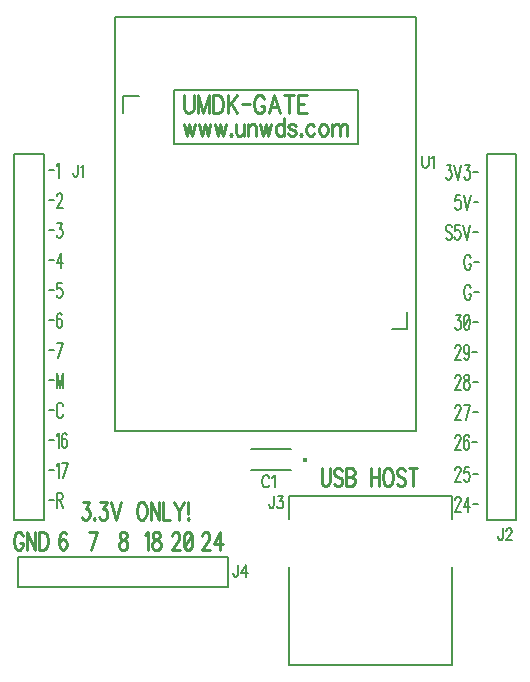
<source format=gbr>
G04 DipTrace 2.4.0.2*
%INTopSilk.gbr*%
%MOMM*%
%ADD10C,0.2*%
%ADD17O,0.4X0.4*%
%ADD55C,0.157*%
%ADD56C,0.196*%
%ADD57C,0.235*%
%FSLAX53Y53*%
G04*
G71*
G90*
G75*
G01*
%LNTopSilk*%
%LPD*%
X34705Y21480D2*
D10*
X31305D1*
X34705Y23280D2*
X31305D1*
D17*
X35905Y22380D3*
X11250Y17240D2*
D10*
X13750D1*
Y48220D1*
X11250D1*
Y17240D1*
X51250D2*
X53750D1*
Y48220D1*
X51250D1*
Y17240D1*
X34490Y5032D2*
X48290D1*
X34490D2*
Y13331D1*
X48290Y5032D2*
Y13332D1*
X34490Y17332D2*
Y19282D1*
X48290D1*
Y17332D1*
X11545Y14125D2*
X29325D1*
Y11585D1*
X11545D1*
Y14125D1*
X19750Y24845D2*
X45250D1*
Y59845D1*
X19750D1*
Y24845D1*
X44500Y34911D2*
Y33483D1*
X43230D2*
X44500D1*
X20416Y51767D2*
Y53199D1*
X21841D2*
X20416D1*
X24756Y53720D2*
X40315D1*
Y49116D1*
X24756D1*
Y53720D1*
X32839Y20808D2*
D55*
X32801Y20905D1*
X32723Y21002D1*
X32645Y21051D1*
X32490D1*
X32412Y21002D1*
X32334Y20905D1*
X32295Y20808D1*
X32256Y20662D1*
Y20418D1*
X32295Y20273D1*
X32334Y20176D1*
X32412Y20079D1*
X32490Y20030D1*
X32645D1*
X32723Y20079D1*
X32801Y20176D1*
X32839Y20273D1*
X33090Y20855D2*
X33169Y20905D1*
X33285Y21049D1*
Y20030D1*
X16619Y47342D2*
Y46565D1*
X16580Y46419D1*
X16541Y46371D1*
X16464Y46321D1*
X16385D1*
X16308Y46371D1*
X16270Y46419D1*
X16230Y46565D1*
Y46662D1*
X16870Y47147D2*
X16948Y47196D1*
X17065Y47341D1*
Y46321D1*
X52599Y16563D2*
Y15786D1*
X52561Y15640D1*
X52521Y15591D1*
X52444Y15542D1*
X52366D1*
X52289Y15591D1*
X52250Y15640D1*
X52210Y15786D1*
Y15882D1*
X52890Y16319D2*
Y16367D1*
X52929Y16465D1*
X52967Y16513D1*
X53045Y16562D1*
X53201D1*
X53278Y16513D1*
X53317Y16465D1*
X53356Y16367D1*
Y16271D1*
X53317Y16173D1*
X53240Y16028D1*
X52850Y15542D1*
X53395D1*
X33221Y19282D2*
Y18505D1*
X33182Y18359D1*
X33143Y18311D1*
X33066Y18262D1*
X32987D1*
X32910Y18311D1*
X32872Y18359D1*
X32832Y18505D1*
Y18602D1*
X33550Y19281D2*
X33977D1*
X33744Y18893D1*
X33861D1*
X33938Y18844D1*
X33977Y18796D1*
X34017Y18650D1*
Y18554D1*
X33977Y18408D1*
X33900Y18310D1*
X33783Y18262D1*
X33666D1*
X33550Y18310D1*
X33512Y18359D1*
X33472Y18456D1*
X30196Y13503D2*
Y12726D1*
X30158Y12580D1*
X30118Y12531D1*
X30041Y12482D1*
X29963D1*
X29885Y12531D1*
X29847Y12580D1*
X29807Y12726D1*
Y12822D1*
X30836Y12482D2*
Y13502D1*
X30447Y12822D1*
X31030D1*
X45778Y48093D2*
Y47364D1*
X45817Y47218D1*
X45895Y47121D1*
X46012Y47072D1*
X46089D1*
X46206Y47121D1*
X46284Y47218D1*
X46323Y47364D1*
Y48093D1*
X46574Y47897D2*
X46652Y47947D1*
X46769Y48092D1*
Y47072D1*
X48605Y18955D2*
D56*
Y19015D1*
X48642Y19138D1*
X48678Y19198D1*
X48751Y19258D1*
X48897D1*
X48969Y19198D1*
X49006Y19138D1*
X49043Y19015D1*
Y18895D1*
X49006Y18773D1*
X48933Y18591D1*
X48568Y17984D1*
X49079D1*
X49679D2*
Y19258D1*
X49314Y18409D1*
X49861D1*
X50096Y18621D2*
X50517D1*
X48606Y21495D2*
Y21555D1*
X48642Y21677D1*
X48678Y21737D1*
X48752Y21798D1*
X48897D1*
X48970Y21737D1*
X49006Y21677D1*
X49043Y21555D1*
Y21434D1*
X49006Y21312D1*
X48934Y21131D1*
X48569Y20523D1*
X49079D1*
X49752Y21798D2*
X49388D1*
X49352Y21252D1*
X49388Y21312D1*
X49497Y21374D1*
X49606D1*
X49716Y21312D1*
X49789Y21191D1*
X49825Y21009D1*
Y20888D1*
X49789Y20706D1*
X49716Y20584D1*
X49606Y20523D1*
X49497D1*
X49388Y20584D1*
X49352Y20645D1*
X49315Y20766D1*
X50060Y21160D2*
X50482D1*
X48285Y42095D2*
X48213Y42217D1*
X48104Y42277D1*
X47958D1*
X47848Y42217D1*
X47775Y42095D1*
Y41974D1*
X47812Y41852D1*
X47848Y41792D1*
X47921Y41731D1*
X48140Y41609D1*
X48213Y41549D1*
X48249Y41487D1*
X48285Y41366D1*
Y41184D1*
X48213Y41063D1*
X48104Y41001D1*
X47958D1*
X47848Y41063D1*
X47775Y41184D1*
X48958Y42276D2*
X48594D1*
X48558Y41730D1*
X48594Y41790D1*
X48704Y41852D1*
X48812D1*
X48922Y41790D1*
X48995Y41670D1*
X49031Y41487D1*
Y41366D1*
X48995Y41184D1*
X48922Y41062D1*
X48812Y41001D1*
X48704D1*
X48594Y41062D1*
X48558Y41124D1*
X48521Y41244D1*
X49267Y42277D2*
X49558Y41001D1*
X49849Y42277D1*
X50085Y41639D2*
X50506D1*
X49006Y44817D2*
X48642D1*
X48606Y44271D1*
X48642Y44331D1*
X48752Y44393D1*
X48860D1*
X48970Y44331D1*
X49043Y44210D1*
X49079Y44028D1*
Y43907D1*
X49043Y43724D1*
X48970Y43602D1*
X48860Y43542D1*
X48752D1*
X48642Y43602D1*
X48606Y43664D1*
X48569Y43785D1*
X49314Y44818D2*
X49606Y43542D1*
X49897Y44818D1*
X50133Y44179D2*
X50554D1*
X47848Y47357D2*
X48248D1*
X48030Y46871D1*
X48140D1*
X48212Y46811D1*
X48248Y46751D1*
X48285Y46568D1*
Y46447D1*
X48248Y46265D1*
X48176Y46143D1*
X48066Y46082D1*
X47957D1*
X47848Y46143D1*
X47812Y46205D1*
X47775Y46325D1*
X48521Y47359D2*
X48812Y46082D1*
X49104Y47359D1*
X49412Y47357D2*
X49812D1*
X49594Y46871D1*
X49704D1*
X49776Y46811D1*
X49812Y46751D1*
X49849Y46568D1*
Y46447D1*
X49812Y46265D1*
X49740Y46143D1*
X49630Y46082D1*
X49521D1*
X49412Y46143D1*
X49376Y46205D1*
X49339Y46325D1*
X50085Y46720D2*
X50506D1*
X49909Y39435D2*
X49873Y39556D1*
X49800Y39678D1*
X49727Y39738D1*
X49582D1*
X49508Y39678D1*
X49436Y39556D1*
X49399Y39435D1*
X49363Y39252D1*
Y38948D1*
X49399Y38767D1*
X49436Y38644D1*
X49508Y38524D1*
X49582Y38462D1*
X49727D1*
X49800Y38524D1*
X49873Y38644D1*
X49909Y38767D1*
Y38948D1*
X49727D1*
X50145Y39099D2*
X50566D1*
X49909Y36895D2*
X49873Y37016D1*
X49800Y37138D1*
X49727Y37198D1*
X49582D1*
X49508Y37138D1*
X49436Y37016D1*
X49399Y36895D1*
X49363Y36712D1*
Y36408D1*
X49399Y36227D1*
X49436Y36104D1*
X49508Y35984D1*
X49582Y35922D1*
X49727D1*
X49800Y35984D1*
X49873Y36104D1*
X49909Y36227D1*
Y36408D1*
X49727D1*
X50145Y36559D2*
X50566D1*
X48642Y34657D2*
X49042D1*
X48824Y34171D1*
X48934D1*
X49006Y34111D1*
X49042Y34050D1*
X49079Y33868D1*
Y33747D1*
X49042Y33564D1*
X48970Y33442D1*
X48860Y33382D1*
X48751D1*
X48642Y33442D1*
X48606Y33504D1*
X48569Y33625D1*
X49534Y34657D2*
X49424Y34596D1*
X49351Y34414D1*
X49315Y34111D1*
Y33928D1*
X49351Y33625D1*
X49424Y33442D1*
X49534Y33382D1*
X49606D1*
X49716Y33442D1*
X49788Y33625D1*
X49825Y33928D1*
Y34111D1*
X49788Y34414D1*
X49716Y34596D1*
X49606Y34657D1*
X49534D1*
X49788Y34414D2*
X49351Y33625D1*
X50060Y34019D2*
X50482D1*
X48606Y31813D2*
Y31874D1*
X48642Y31996D1*
X48678Y32056D1*
X48752Y32117D1*
X48897D1*
X48970Y32056D1*
X49006Y31996D1*
X49043Y31874D1*
Y31753D1*
X49006Y31631D1*
X48934Y31450D1*
X48569Y30842D1*
X49079D1*
X49789Y31693D2*
X49752Y31510D1*
X49679Y31388D1*
X49570Y31328D1*
X49534D1*
X49424Y31388D1*
X49352Y31510D1*
X49315Y31693D1*
Y31753D1*
X49352Y31936D1*
X49424Y32056D1*
X49534Y32117D1*
X49570D1*
X49679Y32056D1*
X49752Y31936D1*
X49789Y31693D1*
Y31388D1*
X49752Y31085D1*
X49679Y30902D1*
X49570Y30842D1*
X49497D1*
X49388Y30902D1*
X49352Y31024D1*
X50024Y31479D2*
X50445D1*
X48606Y29273D2*
Y29334D1*
X48642Y29456D1*
X48678Y29516D1*
X48752Y29577D1*
X48897D1*
X48970Y29516D1*
X49006Y29456D1*
X49043Y29334D1*
Y29213D1*
X49006Y29091D1*
X48934Y28910D1*
X48569Y28302D1*
X49079D1*
X49497Y29577D2*
X49388Y29516D1*
X49351Y29396D1*
Y29273D1*
X49388Y29153D1*
X49460Y29091D1*
X49606Y29031D1*
X49716Y28970D1*
X49788Y28848D1*
X49824Y28727D1*
Y28545D1*
X49788Y28424D1*
X49752Y28362D1*
X49642Y28302D1*
X49497D1*
X49388Y28362D1*
X49351Y28424D1*
X49315Y28545D1*
Y28727D1*
X49351Y28848D1*
X49424Y28970D1*
X49533Y29031D1*
X49679Y29091D1*
X49752Y29153D1*
X49788Y29273D1*
Y29396D1*
X49752Y29516D1*
X49642Y29577D1*
X49497D1*
X50060Y28939D2*
X50481D1*
X48606Y26733D2*
Y26794D1*
X48642Y26916D1*
X48678Y26976D1*
X48752Y27037D1*
X48897D1*
X48970Y26976D1*
X49006Y26916D1*
X49043Y26794D1*
Y26673D1*
X49006Y26551D1*
X48934Y26370D1*
X48569Y25762D1*
X49079D1*
X49460D2*
X49825Y27037D1*
X49315D1*
X50060Y26399D2*
X50482D1*
X48606Y24193D2*
Y24254D1*
X48642Y24376D1*
X48678Y24436D1*
X48752Y24497D1*
X48897D1*
X48970Y24436D1*
X49006Y24376D1*
X49043Y24254D1*
Y24133D1*
X49006Y24011D1*
X48934Y23830D1*
X48569Y23222D1*
X49079D1*
X49752Y24316D2*
X49716Y24436D1*
X49606Y24497D1*
X49534D1*
X49424Y24436D1*
X49351Y24254D1*
X49315Y23951D1*
Y23647D1*
X49351Y23404D1*
X49424Y23282D1*
X49534Y23222D1*
X49570D1*
X49679Y23282D1*
X49752Y23404D1*
X49788Y23587D1*
Y23647D1*
X49752Y23830D1*
X49679Y23951D1*
X49570Y24011D1*
X49534D1*
X49424Y23951D1*
X49351Y23830D1*
X49315Y23647D1*
X50023Y23859D2*
X50444D1*
X14174Y46878D2*
X14596D1*
X14831Y47273D2*
X14904Y47334D1*
X15014Y47515D1*
Y46241D1*
X14174Y44338D2*
X14596D1*
X14868Y44672D2*
Y44733D1*
X14904Y44855D1*
X14940Y44915D1*
X15014Y44975D1*
X15159D1*
X15232Y44915D1*
X15268Y44855D1*
X15305Y44733D1*
Y44612D1*
X15268Y44490D1*
X15196Y44309D1*
X14831Y43701D1*
X15341D1*
X14174Y41798D2*
X14596D1*
X14904Y42435D2*
X15304D1*
X15086Y41950D1*
X15196D1*
X15268Y41889D1*
X15304Y41829D1*
X15341Y41646D1*
Y41526D1*
X15304Y41343D1*
X15232Y41221D1*
X15122Y41161D1*
X15013D1*
X14904Y41221D1*
X14868Y41283D1*
X14831Y41404D1*
X14174Y39258D2*
X14596D1*
X15196Y38621D2*
Y39895D1*
X14831Y39046D1*
X15378D1*
X14174Y36718D2*
X14596D1*
X15268Y37355D2*
X14904D1*
X14868Y36809D1*
X14904Y36870D1*
X15014Y36931D1*
X15122D1*
X15232Y36870D1*
X15305Y36749D1*
X15341Y36566D1*
Y36446D1*
X15305Y36263D1*
X15232Y36141D1*
X15122Y36081D1*
X15014D1*
X14904Y36141D1*
X14868Y36203D1*
X14831Y36324D1*
X14174Y34178D2*
X14596D1*
X15268Y34634D2*
X15232Y34755D1*
X15122Y34815D1*
X15050D1*
X14940Y34755D1*
X14867Y34572D1*
X14831Y34269D1*
Y33966D1*
X14867Y33723D1*
X14940Y33601D1*
X15050Y33541D1*
X15086D1*
X15195Y33601D1*
X15268Y33723D1*
X15304Y33906D1*
Y33966D1*
X15268Y34149D1*
X15195Y34269D1*
X15086Y34330D1*
X15050D1*
X14940Y34269D1*
X14867Y34149D1*
X14831Y33966D1*
X14174Y31638D2*
X14596D1*
X14977Y31001D2*
X15341Y32275D1*
X14831D1*
X14174Y29098D2*
X14596D1*
X15414Y28461D2*
Y29737D1*
X15122Y28461D1*
X14831Y29737D1*
Y28461D1*
X14174Y26558D2*
X14596D1*
X15378Y26894D2*
X15341Y27014D1*
X15268Y27136D1*
X15196Y27197D1*
X15050D1*
X14977Y27136D1*
X14904Y27014D1*
X14867Y26894D1*
X14831Y26711D1*
Y26406D1*
X14867Y26225D1*
X14904Y26103D1*
X14977Y25982D1*
X15050Y25921D1*
X15196D1*
X15268Y25982D1*
X15341Y26103D1*
X15378Y26225D1*
X14174Y24018D2*
X14596D1*
X14831Y24412D2*
X14904Y24474D1*
X15014Y24655D1*
Y23381D1*
X15686Y24474D2*
X15650Y24595D1*
X15540Y24655D1*
X15468D1*
X15358Y24595D1*
X15285Y24412D1*
X15249Y24109D1*
Y23806D1*
X15285Y23563D1*
X15358Y23441D1*
X15468Y23381D1*
X15504D1*
X15613Y23441D1*
X15686Y23563D1*
X15722Y23746D1*
Y23806D1*
X15686Y23989D1*
X15613Y24109D1*
X15504Y24170D1*
X15468D1*
X15358Y24109D1*
X15285Y23989D1*
X15249Y23806D1*
X25612Y50825D2*
D57*
X25845Y49804D1*
X26078Y50825D1*
X26311Y49804D1*
X26544Y50825D1*
X26921D2*
X27154Y49804D1*
X27387Y50825D1*
X27620Y49804D1*
X27853Y50825D1*
X28230D2*
X28463Y49804D1*
X28696Y50825D1*
X28929Y49804D1*
X29162Y50825D1*
X29597Y49951D2*
X29539Y49877D1*
X29597Y49804D1*
X29656Y49877D1*
X29597Y49951D1*
X30033Y50825D2*
Y50096D1*
X30091Y49878D1*
X30208Y49804D1*
X30383D1*
X30499Y49878D1*
X30674Y50096D1*
Y50825D2*
Y49804D1*
X31051Y50825D2*
Y49804D1*
Y50534D2*
X31226Y50753D1*
X31343Y50825D1*
X31517D1*
X31634Y50753D1*
X31692Y50534D1*
Y49804D1*
X32069Y50825D2*
X32302Y49804D1*
X32535Y50825D1*
X32768Y49804D1*
X33001Y50825D1*
X34077Y51336D2*
Y49804D1*
Y50606D2*
X33961Y50753D1*
X33844Y50825D1*
X33669D1*
X33553Y50753D1*
X33436Y50606D1*
X33378Y50387D1*
Y50242D1*
X33436Y50023D1*
X33553Y49878D1*
X33669Y49804D1*
X33844D1*
X33961Y49878D1*
X34077Y50023D1*
X35095Y50606D2*
X35037Y50753D1*
X34862Y50825D1*
X34687D1*
X34512Y50753D1*
X34454Y50606D1*
X34512Y50461D1*
X34629Y50387D1*
X34920Y50315D1*
X35037Y50242D1*
X35095Y50096D1*
Y50023D1*
X35037Y49878D1*
X34862Y49804D1*
X34687D1*
X34512Y49878D1*
X34454Y50023D1*
X35530Y49951D2*
X35472Y49877D1*
X35530Y49804D1*
X35589Y49877D1*
X35530Y49951D1*
X36666Y50606D2*
X36549Y50753D1*
X36432Y50825D1*
X36258D1*
X36141Y50753D1*
X36025Y50606D1*
X35965Y50387D1*
Y50242D1*
X36025Y50023D1*
X36141Y49878D1*
X36258Y49804D1*
X36432D1*
X36549Y49878D1*
X36666Y50023D1*
X37334Y50825D2*
X37218Y50753D1*
X37101Y50606D1*
X37043Y50387D1*
Y50242D1*
X37101Y50023D1*
X37218Y49878D1*
X37334Y49804D1*
X37509D1*
X37626Y49878D1*
X37742Y50023D1*
X37801Y50242D1*
Y50387D1*
X37742Y50606D1*
X37626Y50753D1*
X37509Y50825D1*
X37334D1*
X38178D2*
Y49804D1*
Y50534D2*
X38353Y50753D1*
X38470Y50825D1*
X38644D1*
X38761Y50753D1*
X38819Y50534D1*
Y49804D1*
Y50534D2*
X38995Y50753D1*
X39112Y50825D1*
X39286D1*
X39403Y50753D1*
X39462Y50534D1*
Y49804D1*
X25612Y53241D2*
Y52147D1*
X25670Y51928D1*
X25787Y51784D1*
X25962Y51709D1*
X26078D1*
X26253Y51784D1*
X26370Y51928D1*
X26428Y52147D1*
Y53241D1*
X27738Y51709D2*
Y53241D1*
X27271Y51709D1*
X26805Y53241D1*
Y51709D1*
X28114Y53241D2*
Y51709D1*
X28522D1*
X28698Y51784D1*
X28815Y51928D1*
X28873Y52075D1*
X28931Y52292D1*
Y52658D1*
X28873Y52877D1*
X28815Y53022D1*
X28698Y53168D1*
X28522Y53241D1*
X28114D1*
X29307D2*
Y51709D1*
X30124Y53241D2*
X29307Y52220D1*
X29598Y52585D2*
X30124Y51709D1*
X30500Y52474D2*
X31174D1*
X32425Y52877D2*
X32367Y53022D1*
X32250Y53168D1*
X32134Y53241D1*
X31901D1*
X31784Y53168D1*
X31668Y53022D1*
X31609Y52877D1*
X31551Y52658D1*
Y52292D1*
X31609Y52075D1*
X31668Y51928D1*
X31784Y51784D1*
X31901Y51709D1*
X32134D1*
X32250Y51784D1*
X32367Y51928D1*
X32425Y52075D1*
Y52292D1*
X32134D1*
X33736Y51709D2*
X33268Y53241D1*
X32802Y51709D1*
X32977Y52220D2*
X33561D1*
X34521Y53241D2*
Y51709D1*
X34112Y53241D2*
X34929D1*
X36063D2*
X35305D1*
Y51709D1*
X36063D1*
X35305Y52511D2*
X35772D1*
X11993Y15902D2*
X11942Y16047D1*
X11840Y16193D1*
X11738Y16266D1*
X11534D1*
X11432Y16193D1*
X11330Y16047D1*
X11278Y15902D1*
X11228Y15683D1*
Y15317D1*
X11278Y15100D1*
X11330Y14953D1*
X11432Y14809D1*
X11534Y14734D1*
X11738D1*
X11840Y14809D1*
X11942Y14953D1*
X11993Y15100D1*
Y15317D1*
X11738D1*
X13037Y16266D2*
Y14734D1*
X12322Y16266D1*
Y14734D1*
X13366Y16266D2*
Y14734D1*
X13724D1*
X13877Y14809D1*
X13979Y14953D1*
X14030Y15100D1*
X14081Y15317D1*
Y15683D1*
X14030Y15902D1*
X13979Y16047D1*
X13877Y16193D1*
X13724Y16266D1*
X13366D1*
X15650Y16047D2*
X15599Y16192D1*
X15446Y16264D1*
X15344D1*
X15191Y16192D1*
X15088Y15973D1*
X15038Y15609D1*
Y15245D1*
X15088Y14953D1*
X15191Y14807D1*
X15344Y14734D1*
X15395D1*
X15547Y14807D1*
X15650Y14953D1*
X15700Y15172D1*
Y15245D1*
X15650Y15464D1*
X15547Y15609D1*
X15395Y15681D1*
X15344D1*
X15191Y15609D1*
X15088Y15464D1*
X15038Y15245D1*
X17782Y14734D2*
X18292Y16264D1*
X17578D1*
X20372D2*
X20220Y16192D1*
X20168Y16047D1*
Y15900D1*
X20220Y15755D1*
X20322Y15681D1*
X20526Y15609D1*
X20679Y15536D1*
X20780Y15390D1*
X20831Y15245D1*
Y15026D1*
X20780Y14881D1*
X20730Y14807D1*
X20576Y14734D1*
X20372D1*
X20220Y14807D1*
X20168Y14881D1*
X20118Y15026D1*
Y15245D1*
X20168Y15390D1*
X20271Y15536D1*
X20423Y15609D1*
X20627Y15681D1*
X20730Y15755D1*
X20780Y15900D1*
Y16047D1*
X20730Y16192D1*
X20576Y16264D1*
X20372D1*
X22340Y15973D2*
X22443Y16047D1*
X22596Y16264D1*
Y14734D1*
X23180Y16264D2*
X23028Y16192D1*
X22976Y16047D1*
Y15900D1*
X23028Y15755D1*
X23129Y15681D1*
X23333Y15609D1*
X23487Y15536D1*
X23588Y15390D1*
X23639Y15245D1*
Y15026D1*
X23588Y14881D1*
X23537Y14807D1*
X23384Y14734D1*
X23180D1*
X23028Y14807D1*
X22976Y14881D1*
X22925Y15026D1*
Y15245D1*
X22976Y15390D1*
X23079Y15536D1*
X23231Y15609D1*
X23435Y15681D1*
X23537Y15755D1*
X23588Y15900D1*
Y16047D1*
X23537Y16192D1*
X23384Y16264D1*
X23180D1*
X24614Y15900D2*
Y15973D1*
X24665Y16119D1*
X24716Y16192D1*
X24818Y16264D1*
X25022D1*
X25124Y16192D1*
X25175Y16119D1*
X25226Y15973D1*
Y15828D1*
X25175Y15681D1*
X25073Y15464D1*
X24563Y14734D1*
X25277D1*
X25913Y16264D2*
X25760Y16192D1*
X25657Y15973D1*
X25607Y15609D1*
Y15390D1*
X25657Y15026D1*
X25760Y14807D1*
X25913Y14734D1*
X26015D1*
X26168Y14807D1*
X26269Y15026D1*
X26321Y15390D1*
Y15609D1*
X26269Y15973D1*
X26168Y16192D1*
X26015Y16264D1*
X25913D1*
X26269Y15973D2*
X25657Y15026D1*
X27154Y15900D2*
Y15973D1*
X27205Y16119D1*
X27256Y16192D1*
X27358Y16264D1*
X27562D1*
X27664Y16192D1*
X27715Y16119D1*
X27766Y15973D1*
Y15828D1*
X27715Y15681D1*
X27613Y15464D1*
X27103Y14734D1*
X27817D1*
X28657D2*
Y16264D1*
X28147Y15245D1*
X28912D1*
X17045Y18804D2*
X17605D1*
X17300Y18221D1*
X17453D1*
X17555Y18149D1*
X17605Y18076D1*
X17657Y17857D1*
Y17712D1*
X17605Y17493D1*
X17504Y17347D1*
X17351Y17274D1*
X17197D1*
X17045Y17347D1*
X16994Y17421D1*
X16943Y17566D1*
X18037Y17421D2*
X17987Y17347D1*
X18037Y17274D1*
X18089Y17347D1*
X18037Y17421D1*
X18521Y18804D2*
X19081D1*
X18776Y18221D1*
X18929D1*
X19031Y18149D1*
X19081Y18076D1*
X19133Y17857D1*
Y17712D1*
X19081Y17493D1*
X18980Y17347D1*
X18827Y17274D1*
X18673D1*
X18521Y17347D1*
X18470Y17421D1*
X18419Y17566D1*
X19463Y18806D2*
X19871Y17274D1*
X20279Y18806D1*
X21952D2*
X21849Y18733D1*
X21748Y18587D1*
X21696Y18442D1*
X21645Y18223D1*
Y17857D1*
X21696Y17640D1*
X21748Y17493D1*
X21849Y17349D1*
X21952Y17274D1*
X22156D1*
X22257Y17349D1*
X22360Y17493D1*
X22410Y17640D1*
X22461Y17857D1*
Y18223D1*
X22410Y18442D1*
X22360Y18587D1*
X22257Y18733D1*
X22156Y18806D1*
X21952D1*
X23505D2*
Y17274D1*
X22790Y18806D1*
Y17274D1*
X23834Y18806D2*
Y17274D1*
X24446D1*
X24776Y18806D2*
X25184Y18076D1*
Y17274D1*
X25592Y18806D2*
X25184Y18076D1*
X25973Y18804D2*
Y17785D1*
Y17421D2*
X25921Y17347D1*
X25973Y17274D1*
X26024Y17347D1*
X25973Y17421D1*
X37263Y21663D2*
Y20570D1*
X37313Y20351D1*
X37416Y20206D1*
X37569Y20132D1*
X37671D1*
X37824Y20206D1*
X37926Y20351D1*
X37977Y20570D1*
Y21663D1*
X39021Y21444D2*
X38920Y21591D1*
X38766Y21663D1*
X38562D1*
X38409Y21591D1*
X38307Y21444D1*
Y21299D1*
X38358Y21153D1*
X38409Y21080D1*
X38511Y21008D1*
X38817Y20861D1*
X38920Y20789D1*
X38970Y20715D1*
X39021Y20570D1*
Y20351D1*
X38920Y20206D1*
X38766Y20132D1*
X38562D1*
X38409Y20206D1*
X38307Y20351D1*
X39351Y21663D2*
Y20132D1*
X39810D1*
X39964Y20206D1*
X40014Y20278D1*
X40065Y20423D1*
Y20642D1*
X40014Y20789D1*
X39964Y20861D1*
X39810Y20934D1*
X39964Y21008D1*
X40014Y21080D1*
X40065Y21225D1*
Y21372D1*
X40014Y21517D1*
X39964Y21591D1*
X39810Y21663D1*
X39351D1*
Y20934D2*
X39810D1*
X41432Y21663D2*
Y20132D1*
X42146Y21663D2*
Y20132D1*
X41432Y20934D2*
X42146D1*
X42782Y21663D2*
X42680Y21591D1*
X42578Y21444D1*
X42526Y21299D1*
X42476Y21080D1*
Y20715D1*
X42526Y20497D1*
X42578Y20351D1*
X42680Y20206D1*
X42782Y20132D1*
X42986D1*
X43088Y20206D1*
X43190Y20351D1*
X43241Y20497D1*
X43292Y20715D1*
Y21080D1*
X43241Y21299D1*
X43190Y21444D1*
X43088Y21591D1*
X42986Y21663D1*
X42782D1*
X44336Y21444D2*
X44234Y21591D1*
X44081Y21663D1*
X43877D1*
X43724Y21591D1*
X43621Y21444D1*
Y21299D1*
X43673Y21153D1*
X43724Y21080D1*
X43825Y21008D1*
X44132Y20861D1*
X44234Y20789D1*
X44285Y20715D1*
X44336Y20570D1*
Y20351D1*
X44234Y20206D1*
X44081Y20132D1*
X43877D1*
X43724Y20206D1*
X43621Y20351D1*
X45022Y21663D2*
Y20132D1*
X44665Y21663D2*
X45380D1*
X14174Y21478D2*
D56*
X14596D1*
X14831Y21873D2*
X14904Y21934D1*
X15014Y22115D1*
Y20841D1*
X15395D2*
X15759Y22115D1*
X15249D1*
X14174Y18938D2*
X14596D1*
X14831Y18969D2*
X15159D1*
X15268Y19031D1*
X15305Y19091D1*
X15341Y19212D1*
Y19334D1*
X15305Y19455D1*
X15268Y19516D1*
X15159Y19577D1*
X14831D1*
Y18301D1*
X15086Y18969D2*
X15341Y18301D1*
M02*

</source>
